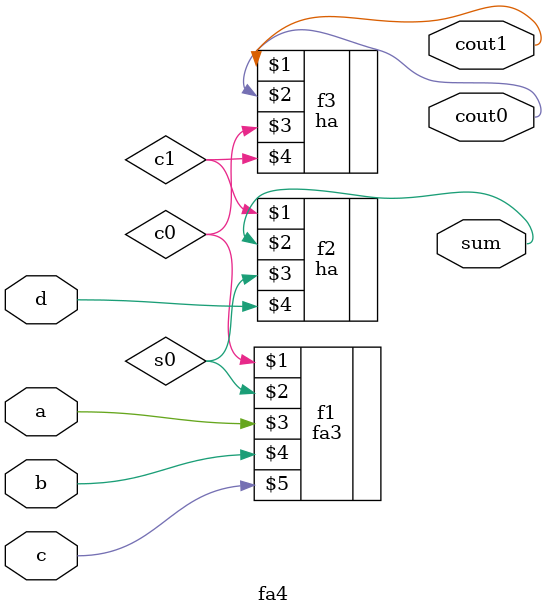
<source format=v>
module fa4(cout1,cout0,sum,a,b,c,d);
input a,b,c,d;
output sum,cout1,cout0;
fa3 f1(c0,s0,a,b,c);
ha f2(c1,sum,s0,d);
ha f3(cout1,cout0,c0,c1);
endmodule
</source>
